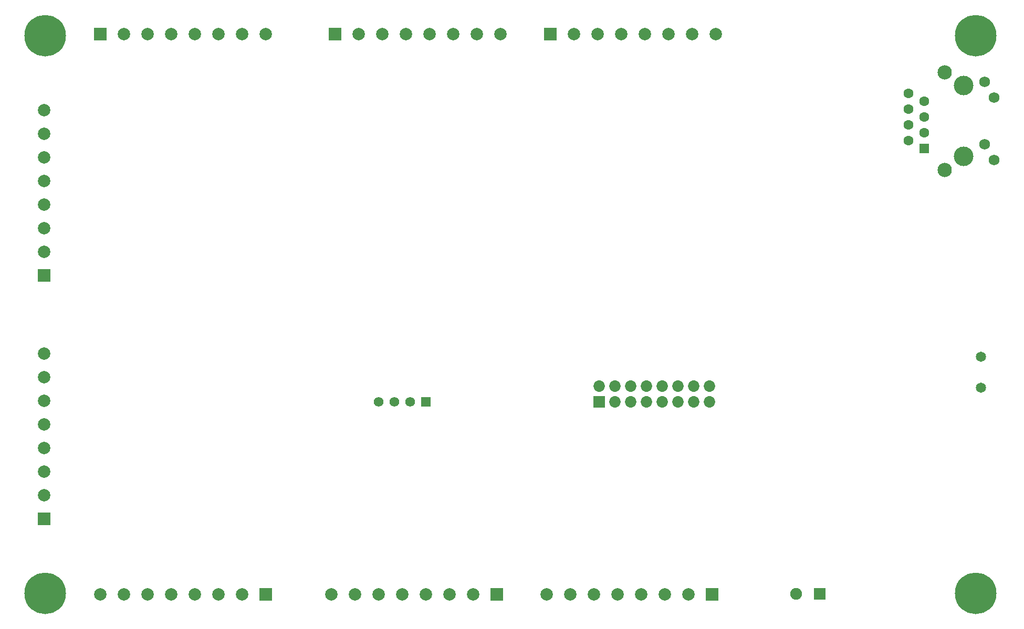
<source format=gbr>
%TF.GenerationSoftware,Altium Limited,Altium Designer,24.2.2 (26)*%
G04 Layer_Color=16711935*
%FSLAX45Y45*%
%MOMM*%
%TF.SameCoordinates,A2E2EA48-9257-4B33-8537-14B19699C7D1*%
%TF.FilePolarity,Negative*%
%TF.FileFunction,Soldermask,Bot*%
%TF.Part,Single*%
G01*
G75*
%TA.AperFunction,ComponentPad*%
%ADD103C,1.57000*%
%ADD104R,1.57000X1.57000*%
%ADD158R,1.60320X1.60320*%
%ADD159C,1.60320*%
%ADD160C,1.75320*%
%ADD161C,2.30320*%
%ADD162C,3.15320*%
%ADD163R,2.00320X2.00320*%
%ADD164C,2.00320*%
%ADD165R,2.00320X2.00320*%
%ADD166C,1.85320*%
%ADD167C,6.70320*%
%ADD168C,1.90320*%
%ADD169R,1.90320X1.90320*%
%ADD170C,1.65320*%
%ADD171R,1.85320X1.85320*%
%TA.AperFunction,ViaPad*%
%ADD172C,1.20320*%
D103*
X7874000Y5588000D02*
D03*
X8128000D02*
D03*
X8382000D02*
D03*
D104*
X8636000D02*
D03*
D158*
X16675000Y9677000D02*
D03*
D159*
Y9931000D02*
D03*
Y10185000D02*
D03*
Y10439000D02*
D03*
X16421001Y9804000D02*
D03*
Y10058000D02*
D03*
Y10312000D02*
D03*
Y10566000D02*
D03*
D160*
X17800000Y9489000D02*
D03*
X17648000Y10754000D02*
D03*
X17800000Y10500000D02*
D03*
X17648000Y9743000D02*
D03*
D161*
X17005000Y9334000D02*
D03*
Y10909000D02*
D03*
D162*
X17310001Y9550000D02*
D03*
Y10693000D02*
D03*
D163*
X9781000Y2480000D02*
D03*
X7171500Y11520000D02*
D03*
X10646500D02*
D03*
X13256000Y2480000D02*
D03*
X3389000Y11520000D02*
D03*
X6060000Y2480000D02*
D03*
D164*
X9400000D02*
D03*
X9019000D02*
D03*
X8638000D02*
D03*
X8257000D02*
D03*
X7495000D02*
D03*
X7114000D02*
D03*
X7876000D02*
D03*
X7552500Y11520000D02*
D03*
X7933500D02*
D03*
X8314500D02*
D03*
X8695500D02*
D03*
X9457500D02*
D03*
X9838500D02*
D03*
X9076500D02*
D03*
X12551500D02*
D03*
X13313499D02*
D03*
X12932500D02*
D03*
X12170500D02*
D03*
X11789500D02*
D03*
X11408500D02*
D03*
X11027500D02*
D03*
X11351000Y2480000D02*
D03*
X10589000D02*
D03*
X10970000D02*
D03*
X11732000D02*
D03*
X12113000D02*
D03*
X12494000D02*
D03*
X12875000D02*
D03*
X5294000Y11520000D02*
D03*
X6056000D02*
D03*
X5675000D02*
D03*
X4913000D02*
D03*
X4532000D02*
D03*
X4151000D02*
D03*
X3770000D02*
D03*
X4155000Y2480000D02*
D03*
X3393000D02*
D03*
X3774000D02*
D03*
X4536000D02*
D03*
X4917000D02*
D03*
X5298000D02*
D03*
X5679000D02*
D03*
X2480000Y5605000D02*
D03*
Y6367000D02*
D03*
Y5986000D02*
D03*
Y5224000D02*
D03*
Y4843000D02*
D03*
Y4462000D02*
D03*
Y4081000D02*
D03*
Y9538000D02*
D03*
Y10300000D02*
D03*
Y9919000D02*
D03*
Y9157000D02*
D03*
Y8776000D02*
D03*
Y8395000D02*
D03*
Y8014000D02*
D03*
D165*
Y3700000D02*
D03*
Y7633000D02*
D03*
D166*
X12700000Y5842000D02*
D03*
X12953999Y5588000D02*
D03*
X11430000Y5842000D02*
D03*
X11684000Y5588000D02*
D03*
Y5842000D02*
D03*
X11938000Y5588000D02*
D03*
Y5842000D02*
D03*
X12192000Y5588000D02*
D03*
Y5842000D02*
D03*
X12446000Y5588000D02*
D03*
Y5842000D02*
D03*
X12700000Y5588000D02*
D03*
X12953999Y5842000D02*
D03*
X13208000Y5588000D02*
D03*
Y5842000D02*
D03*
D167*
X2500000Y2500000D02*
D03*
Y11500000D02*
D03*
X17500000D02*
D03*
Y2500000D02*
D03*
D168*
X14609502Y2490000D02*
D03*
D169*
X14990501D02*
D03*
D170*
X17585001Y6320000D02*
D03*
Y5820000D02*
D03*
D171*
X11430000Y5588000D02*
D03*
D172*
X2750000Y2500000D02*
D03*
X2676776Y2323224D02*
D03*
X2500000Y2250001D02*
D03*
X2323224Y2323224D02*
D03*
X2250001Y2500000D02*
D03*
X2323224Y2676776D02*
D03*
X2500000Y2750000D02*
D03*
X2676776Y2676776D02*
D03*
X2750000Y11500000D02*
D03*
X2676776Y11323224D02*
D03*
X2500000Y11250001D02*
D03*
X2323224Y11323224D02*
D03*
X2250001Y11500000D02*
D03*
X2323224Y11676776D02*
D03*
X2500000Y11750000D02*
D03*
X2676776Y11676776D02*
D03*
X17750000Y11500000D02*
D03*
X17676776Y11323224D02*
D03*
X17500000Y11250001D02*
D03*
X17323224Y11323224D02*
D03*
X17250002Y11500000D02*
D03*
X17323224Y11676776D02*
D03*
X17500000Y11750000D02*
D03*
X17676776Y11676776D02*
D03*
X17750000Y2500000D02*
D03*
X17676776Y2323224D02*
D03*
X17500000Y2250001D02*
D03*
X17323224Y2323224D02*
D03*
X17250002Y2500000D02*
D03*
X17323224Y2676776D02*
D03*
X17500000Y2750000D02*
D03*
X17676776Y2676776D02*
D03*
%TF.MD5,05b3ca8c16639874dd9a30c6dbfaaff2*%
M02*

</source>
